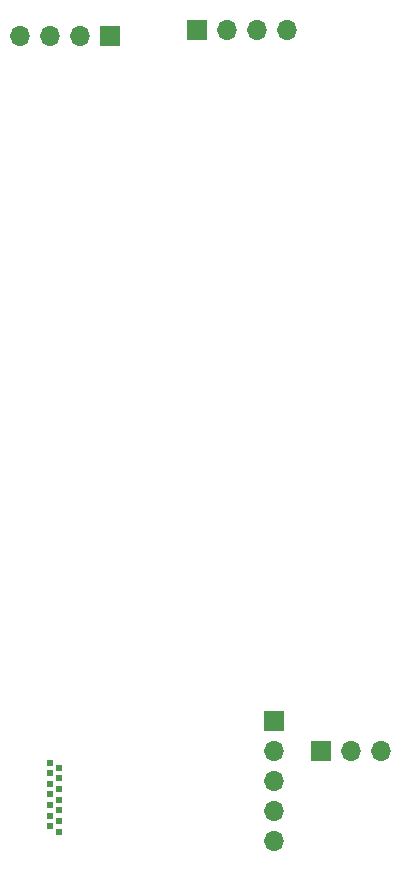
<source format=gbr>
%TF.GenerationSoftware,KiCad,Pcbnew,8.0.7*%
%TF.CreationDate,2024-12-25T21:37:59+08:00*%
%TF.ProjectId,The Button,54686520-4275-4747-946f-6e2e6b696361,rev?*%
%TF.SameCoordinates,Original*%
%TF.FileFunction,Soldermask,Bot*%
%TF.FilePolarity,Negative*%
%FSLAX46Y46*%
G04 Gerber Fmt 4.6, Leading zero omitted, Abs format (unit mm)*
G04 Created by KiCad (PCBNEW 8.0.7) date 2024-12-25 21:37:59*
%MOMM*%
%LPD*%
G01*
G04 APERTURE LIST*
%ADD10R,1.700000X1.700000*%
%ADD11O,1.700000X1.700000*%
%ADD12C,0.609600*%
G04 APERTURE END LIST*
D10*
%TO.C,J5*%
X189500000Y-85500000D03*
D11*
X189500000Y-88040000D03*
X189500000Y-90580000D03*
X189500000Y-93120000D03*
X189500000Y-95660000D03*
%TD*%
D10*
%TO.C,J1*%
X193500000Y-88000000D03*
D11*
X196040000Y-88000000D03*
X198580000Y-88000000D03*
%TD*%
D10*
%TO.C,J3*%
X183000000Y-27000000D03*
D11*
X185540000Y-27000000D03*
X188080000Y-27000000D03*
X190620000Y-27000000D03*
%TD*%
D12*
%TO.C,J2*%
X170500000Y-94399999D03*
X170500000Y-93499998D03*
X170500000Y-92600000D03*
X170500000Y-91699999D03*
X170500000Y-90799999D03*
X170500000Y-89900000D03*
X170500000Y-89000000D03*
X171280001Y-89450000D03*
X171280001Y-90350000D03*
X171280001Y-91249999D03*
X171280001Y-92149999D03*
X171280001Y-93050000D03*
X171280001Y-93949998D03*
X171280001Y-94849999D03*
%TD*%
D10*
%TO.C,J4*%
X175580000Y-27500000D03*
D11*
X173040000Y-27500000D03*
X170500000Y-27500000D03*
X167960000Y-27500000D03*
%TD*%
M02*

</source>
